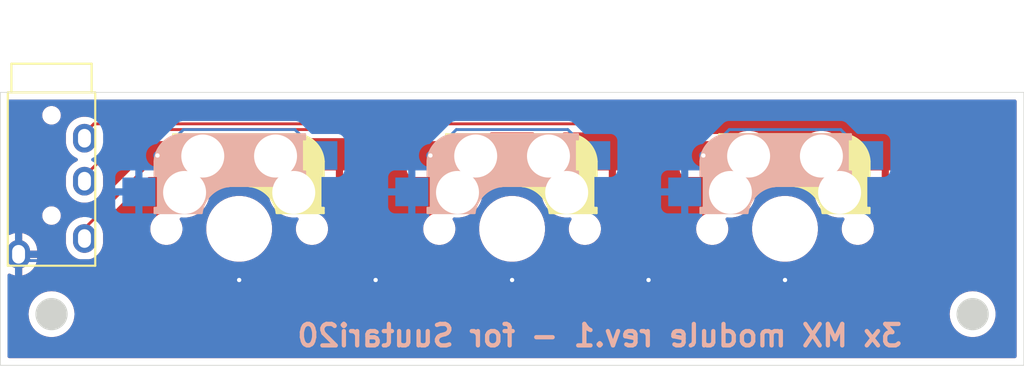
<source format=kicad_pcb>
(kicad_pcb (version 20240108) (generator "pcbnew") (generator_version "8.0")
  (layers (0 "F.Cu" signal) (31 "B.Cu" signal) (34 "B.Paste" user) (35 "F.Paste" user) (36 "B.SilkS" user "B.Silkscreen") (37 "F.SilkS" user "F.Silkscreen") (38 "B.Mask" user) (39 "F.Mask" user) (44 "Edge.Cuts" user))
  (net 0 "")
  (net 1 "2")
  (net 2 "1")
  (net 3 "3")
  (net 4 "GND")
  (footprint "kbd:CherryMX_MidHeight_Hotswap" (layer "F.Cu") (at 201.215625 72.628125)
    (property "Reference" "SW3" (hide yes))
    (property "Value" "Switch" (hide yes))
    (fp_line (start -5.9 -4.7) (end -5.9 -3.7) (stroke (width 0.15)) (layer "B.SilkS"))
    (fp_line (start -5.9 -3.7) (end -5.7 -3.7) (stroke (width 0.15)) (layer "B.SilkS"))
    (fp_line (start -5.9 -1.1) (end -5.9 -1.46) (stroke (width 0.15)) (layer "B.SilkS"))
    (fp_line (start -5.9 -1.1) (end -2.62 -1.1) (stroke (width 0.15)) (layer "B.SilkS"))
    (fp_line (start -5.8 -3.800001) (end -5.8 -4.7) (stroke (width 0.3)) (layer "B.SilkS"))
    (fp_line (start -5.7 -1.46) (end -5.9 -1.46) (stroke (width 0.15)) (layer "B.SilkS"))
    (fp_line (start -5.7 -1.3) (end -3 -1.3) (stroke (width 0.5)) (layer "B.SilkS"))
    (fp_line (start -5.67 -3.7) (end -5.67 -1.46) (stroke (width 0.15)) (layer "B.SilkS"))
    (fp_line (start -5.3 -1.6) (end -5.3 -3.399999) (stroke (width 0.8)) (layer "B.SilkS"))
    (fp_line (start -4.17 -5.1) (end -4.17 -2.86) (stroke (width 3)) (layer "B.SilkS"))
    (fp_line (start -0.4 -3) (end 4.6 -3) (stroke (width 0.15)) (layer "B.SilkS"))
    (fp_line (start 2.6 -4.8) (end -4.1 -4.8) (stroke (width 3.5)) (layer "B.SilkS"))
    (fp_line (start 3.9 -6) (end 3.9 -3.5) (stroke (width 1)) (layer "B.SilkS"))
    (fp_line (start 4.3 -3.3) (end 2.9 -3.3) (stroke (width 0.5)) (layer "B.SilkS"))
    (fp_line (start 4.38 -4) (end 4.38 -6.25) (stroke (width 0.15)) (layer "B.SilkS"))
    (fp_line (start 4.4 -6.4) (end 3 -6.4) (stroke (width 0.4)) (layer "B.SilkS"))
    (fp_line (start 4.4 -6.25) (end 4.6 -6.25) (stroke (width 0.15)) (layer "B.SilkS"))
    (fp_line (start 4.4 -3.9) (end 4.4 -3.2) (stroke (width 0.4)) (layer "B.SilkS"))
    (fp_line (start 4.6 -6.6) (end -3.800001 -6.6) (stroke (width 0.15)) (layer "B.SilkS"))
    (fp_line (start 4.6 -6.25) (end 4.6 -6.6) (stroke (width 0.15)) (layer "B.SilkS"))
    (fp_line (start 4.6 -4) (end 4.4 -4) (stroke (width 0.15)) (layer "B.SilkS"))
    (fp_line (start 4.6 -3) (end 4.6 -4) (stroke (width 0.15)) (layer "B.SilkS"))
    (fp_arc (start -5.9 -4.699999) (mid -5.243504 -6.084924) (end -3.800001 -6.6) (stroke (width 0.15)) (layer "B.SilkS"))
    (fp_arc (start -3.016318 -1.521471) (mid -2.268709 -2.886118) (end -0.8 -3.4) (stroke (width 1)) (layer "B.SilkS"))
    (fp_arc (start -2.616318 -1.121471) (mid -1.868709 -2.486118) (end -0.4 -3) (stroke (width 0.15)) (layer "B.SilkS"))
    (fp_line (start -4.6 -6.6) (end 3.8 -6.600001) (stroke (width 0.15)) (layer "F.SilkS"))
    (fp_line (start -4.6 -6.25) (end -4.6 -6.6) (stroke (width 0.15)) (layer "F.SilkS"))
    (fp_line (start -4.6 -4) (end -4.4 -4) (stroke (width 0.15)) (layer "F.SilkS"))
    (fp_line (start -4.6 -3) (end -4.6 -4) (stroke (width 0.15)) (layer "F.SilkS"))
    (fp_line (start -4.4 -6.4) (end -3 -6.4) (stroke (width 0.4)) (layer "F.SilkS"))
    (fp_line (start -4.4 -6.25) (end -4.6 -6.25) (stroke (width 0.15)) (layer "F.SilkS"))
    (fp_line (start -4.4 -3.9) (end -4.4 -3.2) (stroke (width 0.4)) (layer "F.SilkS"))
    (fp_line (start -4.38 -4) (end -4.38 -6.25) (stroke (width 0.15)) (layer "F.SilkS"))
    (fp_line (start -4.3 -3.3) (end -2.9 -3.3) (stroke (width 0.5)) (layer "F.SilkS"))
    (fp_line (start -3.9 -6) (end -3.9 -3.5) (stroke (width 1)) (layer "F.SilkS"))
    (fp_line (start -2.6 -4.8) (end 4.1 -4.8) (stroke (width 3.5)) (layer "F.SilkS"))
    (fp_line (start 0.4 -3) (end -4.6 -3) (stroke (width 0.15)) (layer "F.SilkS"))
    (fp_line (start 4.17 -5.1) (end 4.17 -2.86) (stroke (width 3)) (layer "F.SilkS"))
    (fp_line (start 5.3 -1.6) (end 5.3 -3.4) (stroke (width 0.8)) (layer "F.SilkS"))
    (fp_line (start 5.67 -3.7) (end 5.67 -1.46) (stroke (width 0.15)) (layer "F.SilkS"))
    (fp_line (start 5.7 -1.46) (end 5.9 -1.46) (stroke (width 0.15)) (layer "F.SilkS"))
    (fp_line (start 5.7 -1.3) (end 3 -1.3) (stroke (width 0.5)) (layer "F.SilkS"))
    (fp_line (start 5.799999 -3.8) (end 5.8 -4.699999) (stroke (width 0.3)) (layer "F.SilkS"))
    (fp_line (start 5.9 -4.7) (end 5.9 -3.7) (stroke (width 0.15)) (layer "F.SilkS"))
    (fp_line (start 5.9 -3.7) (end 5.7 -3.7) (stroke (width 0.15)) (layer "F.SilkS"))
    (fp_line (start 5.9 -1.1) (end 2.62 -1.1) (stroke (width 0.15)) (layer "F.SilkS"))
    (fp_line (start 5.9 -1.1) (end 5.9 -1.46) (stroke (width 0.15)) (layer "F.SilkS"))
    (fp_arc (start 0.4 -3) (mid 1.868709 -2.486118) (end 2.616318 -1.121471) (stroke (width 0.15)) (layer "F.SilkS"))
    (fp_arc (start 0.8 -3.4) (mid 2.268709 -2.886118) (end 3.016318 -1.521471) (stroke (width 1)) (layer "F.SilkS"))
    (fp_arc (start 3.8 -6.600001) (mid 5.243504 -6.084925) (end 5.900001 -4.7) (stroke (width 0.15)) (layer "F.SilkS"))
    (pad "" np_thru_hole circle (at -5.08 0) (size 1.75 1.75) (drill 1.75) (layers "*.Cu" "*.Mask"))
    (pad "" np_thru_hole circle (at -3.81 -2.54 180) (size 3 3) (drill 3) (layers "*.Cu" "*.Mask"))
    (pad "" np_thru_hole circle (at -2.54 -5.08 180) (size 3 3) (drill 3) (layers "*.Cu" "*.Mask"))
    (pad "" np_thru_hole circle (at 0 0) (size 4 4) (drill 4) (layers "*.Cu" "*.Mask"))
    (pad "" np_thru_hole circle (at 0 0 90) (size 4.1 4.1) (drill 4.1) (layers "*.Cu" "*.Mask"))
    (pad "" np_thru_hole circle (at 2.54 -5.08 180) (size 3 3) (drill 3) (layers "*.Cu" "*.Mask"))
    (pad "" np_thru_hole circle (at 3.81 -2.540001 180) (size 3 3) (drill 3) (layers "*.Cu" "*.Mask"))
    (pad "" np_thru_hole circle (at 5.08 0) (size 1.75 1.75) (drill 1.75) (layers "*.Cu" "*.Mask"))
    (pad "1" smd rect (at -7 -2.58 180) (size 2.3 2) (layers "B.Cu" "B.Paste" "B.Mask") (net 4 "GND"))
    (pad "1" smd rect (at 7 -2.58 180) (size 2.3 2) (layers "F.Cu" "F.Paste" "F.Mask") (net 4 "GND"))
    (pad "2" smd rect (at -5.7 -5.12 180) (size 2.3 2) (layers "F.Cu" "F.Paste" "F.Mask") (net 3 "3"))
    (pad "2" smd rect (at 5.7 -5.12 180) (size 2.3 2) (layers "B.Cu" "B.Paste" "B.Mask") (net 3 "3"))
  )
  (footprint "own:m2hole" (layer "F.Cu") (at 214.3125 78.58125)
    (property "Reference" "REF**" (hide yes))
    (property "Value" "m2hole" (hide yes))
    (fp_circle (center 0 0) (end 1.1 0) (stroke (width 0.05)) (fill solid) (layer "Edge.Cuts"))
  )
  (footprint "kbd:CherryMX_MidHeight_Hotswap" (layer "F.Cu") (at 182.165625 72.628125)
    (property "Reference" "SW2" (hide yes))
    (property "Value" "Switch" (hide yes))
    (fp_line (start -5.9 -4.7) (end -5.9 -3.7) (stroke (width 0.15)) (layer "B.SilkS"))
    (fp_line (start -5.9 -3.7) (end -5.7 -3.7) (stroke (width 0.15)) (layer "B.SilkS"))
    (fp_line (start -5.9 -1.1) (end -5.9 -1.46) (stroke (width 0.15)) (layer "B.SilkS"))
    (fp_line (start -5.9 -1.1) (end -2.62 -1.1) (stroke (width 0.15)) (layer "B.SilkS"))
    (fp_line (start -5.8 -3.800001) (end -5.8 -4.7) (stroke (width 0.3)) (layer "B.SilkS"))
    (fp_line (start -5.7 -1.46) (end -5.9 -1.46) (stroke (width 0.15)) (layer "B.SilkS"))
    (fp_line (start -5.7 -1.3) (end -3 -1.3) (stroke (width 0.5)) (layer "B.SilkS"))
    (fp_line (start -5.67 -3.7) (end -5.67 -1.46) (stroke (width 0.15)) (layer "B.SilkS"))
    (fp_line (start -5.3 -1.6) (end -5.3 -3.399999) (stroke (width 0.8)) (layer "B.SilkS"))
    (fp_line (start -4.17 -5.1) (end -4.17 -2.86) (stroke (width 3)) (layer "B.SilkS"))
    (fp_line (start -0.4 -3) (end 4.6 -3) (stroke (width 0.15)) (layer "B.SilkS"))
    (fp_line (start 2.6 -4.8) (end -4.1 -4.8) (stroke (width 3.5)) (layer "B.SilkS"))
    (fp_line (start 3.9 -6) (end 3.9 -3.5) (stroke (width 1)) (layer "B.SilkS"))
    (fp_line (start 4.3 -3.3) (end 2.9 -3.3) (stroke (width 0.5)) (layer "B.SilkS"))
    (fp_line (start 4.38 -4) (end 4.38 -6.25) (stroke (width 0.15)) (layer "B.SilkS"))
    (fp_line (start 4.4 -6.4) (end 3 -6.4) (stroke (width 0.4)) (layer "B.SilkS"))
    (fp_line (start 4.4 -6.25) (end 4.6 -6.25) (stroke (width 0.15)) (layer "B.SilkS"))
    (fp_line (start 4.4 -3.9) (end 4.4 -3.2) (stroke (width 0.4)) (layer "B.SilkS"))
    (fp_line (start 4.6 -6.6) (end -3.800001 -6.6) (stroke (width 0.15)) (layer "B.SilkS"))
    (fp_line (start 4.6 -6.25) (end 4.6 -6.6) (stroke (width 0.15)) (layer "B.SilkS"))
    (fp_line (start 4.6 -4) (end 4.4 -4) (stroke (width 0.15)) (layer "B.SilkS"))
    (fp_line (start 4.6 -3) (end 4.6 -4) (stroke (width 0.15)) (layer "B.SilkS"))
    (fp_arc (start -5.9 -4.699999) (mid -5.243504 -6.084924) (end -3.800001 -6.6) (stroke (width 0.15)) (layer "B.SilkS"))
    (fp_arc (start -3.016318 -1.521471) (mid -2.268709 -2.886118) (end -0.8 -3.4) (stroke (width 1)) (layer "B.SilkS"))
    (fp_arc (start -2.616318 -1.121471) (mid -1.868709 -2.486118) (end -0.4 -3) (stroke (width 0.15)) (layer "B.SilkS"))
    (fp_line (start -4.6 -6.6) (end 3.8 -6.600001) (stroke (width 0.15)) (layer "F.SilkS"))
    (fp_line (start -4.6 -6.25) (end -4.6 -6.6) (stroke (width 0.15)) (layer "F.SilkS"))
    (fp_line (start -4.6 -4) (end -4.4 -4) (stroke (width 0.15)) (layer "F.SilkS"))
    (fp_line (start -4.6 -3) (end -4.6 -4) (stroke (width 0.15)) (layer "F.SilkS"))
    (fp_line (start -4.4 -6.4) (end -3 -6.4) (stroke (width 0.4)) (layer "F.SilkS"))
    (fp_line (start -4.4 -6.25) (end -4.6 -6.25) (stroke (width 0.15)) (layer "F.SilkS"))
    (fp_line (start -4.4 -3.9) (end -4.4 -3.2) (stroke (width 0.4)) (layer "F.SilkS"))
    (fp_line (start -4.38 -4) (end -4.38 -6.25) (stroke (width 0.15)) (layer "F.SilkS"))
    (fp_line (start -4.3 -3.3) (end -2.9 -3.3) (stroke (width 0.5)) (layer "F.SilkS"))
    (fp_line (start -3.9 -6) (end -3.9 -3.5) (stroke (width 1)) (layer "F.SilkS"))
    (fp_line (start -2.6 -4.8) (end 4.1 -4.8) (stroke (width 3.5)) (layer "F.SilkS"))
    (fp_line (start 0.4 -3) (end -4.6 -3) (stroke (width 0.15)) (layer "F.SilkS"))
    (fp_line (start 4.17 -5.1) (end 4.17 -2.86) (stroke (width 3)) (layer "F.SilkS"))
    (fp_line (start 5.3 -1.6) (end 5.3 -3.4) (stroke (width 0.8)) (layer "F.SilkS"))
    (fp_line (start 5.67 -3.7) (end 5.67 -1.46) (stroke (width 0.15)) (layer "F.SilkS"))
    (fp_line (start 5.7 -1.46) (end 5.9 -1.46) (stroke (width 0.15)) (layer "F.SilkS"))
    (fp_line (start 5.7 -1.3) (end 3 -1.3) (stroke (width 0.5)) (layer "F.SilkS"))
    (fp_line (start 5.799999 -3.8) (end 5.8 -4.699999) (stroke (width 0.3)) (layer "F.SilkS"))
    (fp_line (start 5.9 -4.7) (end 5.9 -3.7) (stroke (width 0.15)) (layer "F.SilkS"))
    (fp_line (start 5.9 -3.7) (end 5.7 -3.7) (stroke (width 0.15)) (layer "F.SilkS"))
    (fp_line (start 5.9 -1.1) (end 2.62 -1.1) (stroke (width 0.15)) (layer "F.SilkS"))
    (fp_line (start 5.9 -1.1) (end 5.9 -1.46) (stroke (width 0.15)) (layer "F.SilkS"))
    (fp_arc (start 0.4 -3) (mid 1.868709 -2.486118) (end 2.616318 -1.121471) (stroke (width 0.15)) (layer "F.SilkS"))
    (fp_arc (start 0.8 -3.4) (mid 2.268709 -2.886118) (end 3.016318 -1.521471) (stroke (width 1)) (layer "F.SilkS"))
    (fp_arc (start 3.8 -6.600001) (mid 5.243504 -6.084925) (end 5.900001 -4.7) (stroke (width 0.15)) (layer "F.SilkS"))
    (pad "" np_thru_hole circle (at -5.08 0) (size 1.75 1.75) (drill 1.75) (layers "*.Cu" "*.Mask"))
    (pad "" np_thru_hole circle (at -3.81 -2.54 180) (size 3 3) (drill 3) (layers "*.Cu" "*.Mask"))
    (pad "" np_thru_hole circle (at -2.54 -5.08 180) (size 3 3) (drill 3) (layers "*.Cu" "*.Mask"))
    (pad "" np_thru_hole circle (at 0 0) (size 4 4) (drill 4) (layers "*.Cu" "*.Mask"))
    (pad "" np_thru_hole circle (at 0 0 90) (size 4.1 4.1) (drill 4.1) (layers "*.Cu" "*.Mask"))
    (pad "" np_thru_hole circle (at 2.54 -5.08 180) (size 3 3) (drill 3) (layers "*.Cu" "*.Mask"))
    (pad "" np_thru_hole circle (at 3.81 -2.540001 180) (size 3 3) (drill 3) (layers "*.Cu" "*.Mask"))
    (pad "" np_thru_hole circle (at 5.08 0) (size 1.75 1.75) (drill 1.75) (layers "*.Cu" "*.Mask"))
    (pad "1" smd rect (at -7 -2.58 180) (size 2.3 2) (layers "B.Cu" "B.Paste" "B.Mask") (net 4 "GND"))
    (pad "1" smd rect (at 7 -2.58 180) (size 2.3 2) (layers "F.Cu" "F.Paste" "F.Mask") (net 4 "GND"))
    (pad "2" smd rect (at -5.7 -5.12 180) (size 2.3 2) (layers "F.Cu" "F.Paste" "F.Mask") (net 1 "2"))
    (pad "2" smd rect (at 5.7 -5.12 180) (size 2.3 2) (layers "B.Cu" "B.Paste" "B.Mask") (net 1 "2"))
  )
  (footprint "own:m2hole" (layer "F.Cu") (at 150.01875 78.58125)
    (property "Reference" "REF**" (hide yes))
    (property "Value" "m2hole" (hide yes))
    (fp_circle (center 0 0) (end 1.1 0) (stroke (width 0.05)) (fill solid) (layer "Edge.Cuts"))
  )
  (footprint "ScottoKeebs_Components:TRRS_PJ-320A" (layer "F.Cu") (at 150.01875 63.103125)
    (property "Reference" "U1")
    (property "Value" "TRRS")
    (fp_line (start -3.05 0) (end -3.05 12.1) (stroke (width 0.15)) (layer "F.SilkS"))
    (fp_line (start -2.8 0) (end -2.8 -2) (stroke (width 0.15)) (layer "F.SilkS"))
    (fp_line (start 2.8 -2) (end -2.8 -2) (stroke (width 0.15)) (layer "F.SilkS"))
    (fp_line (start 2.8 0) (end 2.8 -2) (stroke (width 0.15)) (layer "F.SilkS"))
    (fp_line (start 3.05 0) (end -3.05 0) (stroke (width 0.15)) (layer "F.SilkS"))
    (fp_line (start 3.05 0) (end 3.05 12.1) (stroke (width 0.15)) (layer "F.SilkS"))
    (fp_line (start 3.05 12.1) (end -3.05 12.1) (stroke (width 0.15)) (layer "F.SilkS"))
    (pad "" np_thru_hole circle (at 0 1.6) (size 0.8 0.8) (drill 0.8) (layers "*.Cu" "*.Mask"))
    (pad "" np_thru_hole circle (at 0 8.6) (size 0.8 0.8) (drill 0.8) (layers "*.Cu" "*.Mask"))
    (pad "1" thru_hole oval (at -2.3 11.3) (size 1.6 2) (drill oval 0.9 1.3) (layers "*.Cu" "*.Mask") (net 4 "GND"))
    (pad "2" thru_hole oval (at 2.3 10.2) (size 1.6 2) (drill oval 0.9 1.3) (layers "*.Cu" "*.Mask") (net 2 "1"))
    (pad "3" thru_hole oval (at 2.3 6.2) (size 1.6 2) (drill oval 0.9 1.3) (layers "*.Cu" "*.Mask") (net 1 "2"))
    (pad "4" thru_hole oval (at 2.3 3.2) (size 1.6 2) (drill oval 0.9 1.3) (layers "*.Cu" "*.Mask") (net 3 "3"))
  )
  (footprint "kbd:CherryMX_MidHeight_Hotswap" (layer "F.Cu") (at 163.115625 72.628125)
    (property "Reference" "SW1" (hide yes))
    (property "Value" "Switch" (hide yes))
    (fp_line (start -5.9 -4.7) (end -5.9 -3.7) (stroke (width 0.15)) (layer "B.SilkS"))
    (fp_line (start -5.9 -3.7) (end -5.7 -3.7) (stroke (width 0.15)) (layer "B.SilkS"))
    (fp_line (start -5.9 -1.1) (end -5.9 -1.46) (stroke (width 0.15)) (layer "B.SilkS"))
    (fp_line (start -5.9 -1.1) (end -2.62 -1.1) (stroke (width 0.15)) (layer "B.SilkS"))
    (fp_line (start -5.8 -3.800001) (end -5.8 -4.7) (stroke (width 0.3)) (layer "B.SilkS"))
    (fp_line (start -5.7 -1.46) (end -5.9 -1.46) (stroke (width 0.15)) (layer "B.SilkS"))
    (fp_line (start -5.7 -1.3) (end -3 -1.3) (stroke (width 0.5)) (layer "B.SilkS"))
    (fp_line (start -5.67 -3.7) (end -5.67 -1.46) (stroke (width 0.15)) (layer "B.SilkS"))
    (fp_line (start -5.3 -1.6) (end -5.3 -3.399999) (stroke (width 0.8)) (layer "B.SilkS"))
    (fp_line (start -4.17 -5.1) (end -4.17 -2.86) (stroke (width 3)) (layer "B.SilkS"))
    (fp_line (start -0.4 -3) (end 4.6 -3) (stroke (width 0.15)) (layer "B.SilkS"))
    (fp_line (start 2.6 -4.8) (end -4.1 -4.8) (stroke (width 3.5)) (layer "B.SilkS"))
    (fp_line (start 3.9 -6) (end 3.9 -3.5) (stroke (width 1)) (layer "B.SilkS"))
    (fp_line (start 4.3 -3.3) (end 2.9 -3.3) (stroke (width 0.5)) (layer "B.SilkS"))
    (fp_line (start 4.38 -4) (end 4.38 -6.25) (stroke (width 0.15)) (layer "B.SilkS"))
    (fp_line (start 4.4 -6.4) (end 3 -6.4) (stroke (width 0.4)) (layer "B.SilkS"))
    (fp_line (start 4.4 -6.25) (end 4.6 -6.25) (stroke (width 0.15)) (layer "B.SilkS"))
    (fp_line (start 4.4 -3.9) (end 4.4 -3.2) (stroke (width 0.4)) (layer "B.SilkS"))
    (fp_line (start 4.6 -6.6) (end -3.800001 -6.6) (stroke (width 0.15)) (layer "B.SilkS"))
    (fp_line (start 4.6 -6.25) (end 4.6 -6.6) (stroke (width 0.15)) (layer "B.SilkS"))
    (fp_line (start 4.6 -4) (end 4.4 -4) (stroke (width 0.15)) (layer "B.SilkS"))
    (fp_line (start 4.6 -3) (end 4.6 -4) (stroke (width 0.15)) (layer "B.SilkS"))
    (fp_arc (start -5.9 -4.699999) (mid -5.243504 -6.084924) (end -3.800001 -6.6) (stroke (width 0.15)) (layer "B.SilkS"))
    (fp_arc (start -3.016318 -1.521471) (mid -2.268709 -2.886118) (end -0.8 -3.4) (stroke (width 1)) (layer "B.SilkS"))
    (fp_arc (start -2.616318 -1.121471) (mid -1.868709 -2.486118) (end -0.4 -3) (stroke (width 0.15)) (layer "B.SilkS"))
    (fp_line (start -4.6 -6.6) (end 3.8 -6.600001) (stroke (width 0.15)) (layer "F.SilkS"))
    (fp_line (start -4.6 -6.25) (end -4.6 -6.6) (stroke (width 0.15)) (layer "F.SilkS"))
    (fp_line (start -4.6 -4) (end -4.4 -4) (stroke (width 0.15)) (layer "F.SilkS"))
    (fp_line (start -4.6 -3) (end -4.6 -4) (stroke (width 0.15)) (layer "F.SilkS"))
    (fp_line (start -4.4 -6.4) (end -3 -6.4) (stroke (width 0.4)) (layer "F.SilkS"))
    (fp_line (start -4.4 -6.25) (end -4.6 -6.25) (stroke (width 0.15)) (layer "F.SilkS"))
    (fp_line (start -4.4 -3.9) (end -4.4 -3.2) (stroke (width 0.4)) (layer "F.SilkS"))
    (fp_line (start -4.38 -4) (end -4.38 -6.25) (stroke (width 0.15)) (layer "F.SilkS"))
    (fp_line (start -4.3 -3.3) (end -2.9 -3.3) (stroke (width 0.5)) (layer "F.SilkS"))
    (fp_line (start -3.9 -6) (end -3.9 -3.5) (stroke (width 1)) (layer "F.SilkS"))
    (fp_line (start -2.6 -4.8) (end 4.1 -4.8) (stroke (width 3.5)) (layer "F.SilkS"))
    (fp_line (start 0.4 -3) (end -4.6 -3) (stroke (width 0.15)) (layer "F.SilkS"))
    (fp_line (start 4.17 -5.1) (end 4.17 -2.86) (stroke (width 3)) (layer "F.SilkS"))
    (fp_line (start 5.3 -1.6) (end 5.3 -3.4) (stroke (width 0.8)) (layer "F.SilkS"))
    (fp_line (start 5.67 -3.7) (end 5.67 -1.46) (stroke (width 0.15)) (layer "F.SilkS"))
    (fp_line (start 5.7 -1.46) (end 5.9 -1.46) (stroke (width 0.15)) (layer "F.SilkS"))
    (fp_line (start 5.7 -1.3) (end 3 -1.3) (stroke (width 0.5)) (layer "F.SilkS"))
    (fp_line (start 5.799999 -3.8) (end 5.8 -4.699999) (stroke (width 0.3)) (layer "F.SilkS"))
    (fp_line (start 5.9 -4.7) (end 5.9 -3.7) (stroke (width 0.15)) (layer "F.SilkS"))
    (fp_line (start 5.9 -3.7) (end 5.7 -3.7) (stroke (width 0.15)) (layer "F.SilkS"))
    (fp_line (start 5.9 -1.1) (end 2.62 -1.1) (stroke (width 0.15)) (layer "F.SilkS"))
    (fp_line (start 5.9 -1.1) (end 5.9 -1.46) (stroke (width 0.15)) (layer "F.SilkS"))
    (fp_arc (start 0.4 -3) (mid 1.868709 -2.486118) (end 2.616318 -1.121471) (stroke (width 0.15)) (layer "F.SilkS"))
    (fp_arc (start 0.8 -3.4) (mid 2.268709 -2.886118) (end 3.016318 -1.521471) (stroke (width 1)) (layer "F.SilkS"))
    (fp_arc (start 3.8 -6.600001) (mid 5.243504 -6.084925) (end 5.900001 -4.7) (stroke (width 0.15)) (layer "F.SilkS"))
    (pad "" np_thru_hole circle (at -5.08 0) (size 1.75 1.75) (drill 1.75) (layers "*.Cu" "*.Mask"))
    (pad "" np_thru_hole circle (at -3.81 -2.54 180) (size 3 3) (drill 3) (layers "*.Cu" "*.Mask"))
    (pad "" np_thru_hole circle (at -2.54 -5.08 180) (size 3 3) (drill 3) (layers "*.Cu" "*.Mask"))
    (pad "" np_thru_hole circle (at 0 0) (size 4 4) (drill 4) (layers "*.Cu" "*.Mask"))
    (pad "" np_thru_hole circle (at 0 0 90) (size 4.1 4.1) (drill 4.1) (layers "*.Cu" "*.Mask"))
    (pad "" np_thru_hole circle (at 2.54 -5.08 180) (size 3 3) (drill 3) (layers "*.Cu" "*.Mask"))
    (pad "" np_thru_hole circle (at 3.81 -2.540001 180) (size 3 3) (drill 3) (layers "*.Cu" "*.Mask"))
    (pad "" np_thru_hole circle (at 5.08 0) (size 1.75 1.75) (drill 1.75) (layers "*.Cu" "*.Mask"))
    (pad "1" smd rect (at -7 -2.58 180) (size 2.3 2) (layers "B.Cu" "B.Paste" "B.Mask") (net 4 "GND"))
    (pad "1" smd rect (at 7 -2.58 180) (size 2.3 2) (layers "F.Cu" "F.Paste" "F.Mask") (net 4 "GND"))
    (pad "2" smd rect (at -5.7 -5.12 180) (size 2.3 2) (layers "F.Cu" "F.Paste" "F.Mask") (net 2 "1"))
    (pad "2" smd rect (at 5.7 -5.12 180) (size 2.3 2) (layers "B.Cu" "B.Paste" "B.Mask") (net 2 "1"))
  )
  (gr_rect (start 146.446875 63.103125) (end 217.884375 82.153125) (stroke (width 0.05)) (fill none) (layer "Edge.Cuts"))
  (gr_text "3x MX module rev.1 - for Suutari20" (at 209.55 80.9625 0) (layer "B.SilkS") (effects (font (size 1.5 1.5) (thickness 0.3) (bold yes)) (justify left bottom mirror)))
  (segment (start 155.57375 65.698125) (end 152.31875 68.953125) (width 0.2) (layer "F.Cu") (net 1))
  (segment (start 174.655625 65.698125) (end 155.57375 65.698125) (width 0.2) (layer "F.Cu") (net 1))
  (segment (start 176.465625 67.508125) (end 174.655625 65.698125) (width 0.2) (layer "F.Cu") (net 1))
  (via (at 176.465625 67.508125) (size 0.6) (drill 0.3) (layers "F.Cu" "B.Cu") (net 1))
  (segment (start 178.275625 65.698125) (end 176.465625 67.508125) (width 0.2) (layer "B.Cu") (net 1))
  (segment (start 187.865625 67.508125) (end 186.055625 65.698125) (width 0.2) (layer "B.Cu") (net 1))
  (segment (start 186.055625 65.698125) (end 178.275625 65.698125) (width 0.2) (layer "B.Cu") (net 1))
  (segment (start 152.31875 72.605) (end 152.31875 72.953125) (width 0.2) (layer "F.Cu") (net 2))
  (segment (start 157.415625 67.508125) (end 152.31875 72.605) (width 0.2) (layer "F.Cu") (net 2))
  (via (at 157.415625 67.508125) (size 0.6) (drill 0.3) (layers "F.Cu" "B.Cu") (net 2))
  (segment (start 168.815625 67.508125) (end 167.005625 65.698125) (width 0.2) (layer "B.Cu") (net 2))
  (segment (start 167.005625 65.698125) (end 159.225625 65.698125) (width 0.2) (layer "B.Cu") (net 2))
  (segment (start 159.225625 65.698125) (end 157.415625 67.508125) (width 0.2) (layer "B.Cu") (net 2))
  (segment (start 152.97375 65.298125) (end 152.31875 65.953125) (width 0.2) (layer "F.Cu") (net 3))
  (segment (start 193.305625 65.298125) (end 152.97375 65.298125) (width 0.2) (layer "F.Cu") (net 3))
  (segment (start 195.515625 67.508125) (end 193.305625 65.298125) (width 0.2) (layer "F.Cu") (net 3))
  (via (at 195.515625 67.508125) (size 0.6) (drill 0.3) (layers "F.Cu" "B.Cu") (net 3))
  (segment (start 206.915625 67.508125) (end 205.105625 65.698125) (width 0.2) (layer "B.Cu") (net 3))
  (segment (start 197.325625 65.698125) (end 195.515625 67.508125) (width 0.2) (layer "B.Cu") (net 3))
  (segment (start 205.105625 65.698125) (end 197.325625 65.698125) (width 0.2) (layer "B.Cu") (net 3))
  (segment (start 208.215625 72.440537) (end 208.215625 70.048125) (width 0.2) (layer "F.Cu") (net 4))
  (segment (start 189.165625 73.675) (end 191.690625 76.2) (width 0.2) (layer "F.Cu") (net 4))
  (segment (start 170.115625 70.048125) (end 170.115625 73.675) (width 0.2) (layer "F.Cu") (net 4))
  (segment (start 185.406162 76.2) (end 189.165625 72.440537) (width 0.2) (layer "F.Cu") (net 4))
  (segment (start 170.115625 73.675) (end 172.640625 76.2) (width 0.2) (layer "F.Cu") (net 4))
  (segment (start 189.165625 72.440537) (end 189.165625 70.048125) (width 0.2) (layer "F.Cu") (net 4))
  (segment (start 166.356162 76.2) (end 170.115625 72.440537) (width 0.2) (layer "F.Cu") (net 4))
  (segment (start 204.456162 76.2) (end 208.215625 72.440537) (width 0.2) (layer "F.Cu") (net 4))
  (segment (start 163.115625 76.2) (end 166.356162 76.2) (width 0.2) (layer "F.Cu") (net 4))
  (segment (start 170.115625 72.440537) (end 170.115625 70.048125) (width 0.2) (layer "F.Cu") (net 4))
  (segment (start 201.215625 76.2) (end 204.456162 76.2) (width 0.2) (layer "F.Cu") (net 4))
  (segment (start 182.165625 76.2) (end 185.406162 76.2) (width 0.2) (layer "F.Cu") (net 4))
  (segment (start 189.165625 70.048125) (end 189.165625 73.675) (width 0.2) (layer "F.Cu") (net 4))
  (via (at 182.165625 76.2) (size 0.6) (drill 0.3) (layers "F.Cu" "B.Cu") (net 4))
  (via (at 163.115625 76.2) (size 0.6) (drill 0.3) (layers "F.Cu" "B.Cu") (net 4))
  (via (at 191.690625 76.2) (size 0.6) (drill 0.3) (layers "F.Cu" "B.Cu") (net 4))
  (via (at 201.215625 76.2) (size 0.6) (drill 0.3) (layers "F.Cu" "B.Cu") (net 4))
  (via (at 172.640625 76.2) (size 0.6) (drill 0.3) (layers "F.Cu" "B.Cu") (net 4))
  (segment (start 158.518794 74.843706) (end 159.875088 76.2) (width 0.2) (layer "B.Cu") (net 4))
  (segment (start 148.509331 74.843706) (end 158.518794 74.843706) (width 0.2) (layer "B.Cu") (net 4))
  (segment (start 147.71875 74.053125) (end 148.509331 74.843706) (width 0.2) (layer "B.Cu") (net 4))
  (segment (start 194.215625 72.440537) (end 197.975088 76.2) (width 0.2) (layer "B.Cu") (net 4))
  (segment (start 159.875088 76.2) (end 163.115625 76.2) (width 0.2) (layer "B.Cu") (net 4))
  (segment (start 194.215625 73.675) (end 194.215625 70.048125) (width 0.2) (layer "B.Cu") (net 4))
  (segment (start 156.115625 70.048125) (end 156.115625 72.440537) (width 0.2) (layer "B.Cu") (net 4))
  (segment (start 175.165625 72.440537) (end 178.925088 76.2) (width 0.2) (layer "B.Cu") (net 4))
  (segment (start 159.709419 76.034331) (end 159.875088 76.2) (width 0.2) (layer "B.Cu") (net 4))
  (segment (start 156.115625 72.440537) (end 159.709419 76.034331) (width 0.2) (layer "B.Cu") (net 4))
  (segment (start 175.165625 70.048125) (end 175.165625 72.440537) (width 0.2) (layer "B.Cu") (net 4))
  (segment (start 175.165625 73.675) (end 175.165625 72.440537) (width 0.2) (layer "B.Cu") (net 4))
  (segment (start 172.640625 76.2) (end 175.165625 73.675) (width 0.2) (layer "B.Cu") (net 4))
  (segment (start 178.925088 76.2) (end 182.165625 76.2) (width 0.2) (layer "B.Cu") (net 4))
  (segment (start 194.215625 70.048125) (end 194.215625 72.440537) (width 0.2) (layer "B.Cu") (net 4))
  (segment (start 197.975088 76.2) (end 201.215625 76.2) (width 0.2) (layer "B.Cu") (net 4))
  (segment (start 191.690625 76.2) (end 194.215625 73.675) (width 0.2) (layer "B.Cu") (net 4))
  (zone (net 4) (net_name "GND") (layers "F&B.Cu") (connect_pads (clearance 0.5)) (min_thickness 0.25) (fill yes (thermal_gap 0.5) (thermal_bridge_width 0.5))
    (polygon (pts (xy 146.446875 63.103125) (xy 217.884375 63.103125) (xy 217.884375 82.153125) (xy 146.446875 82.153125)))
  )
)
</source>
